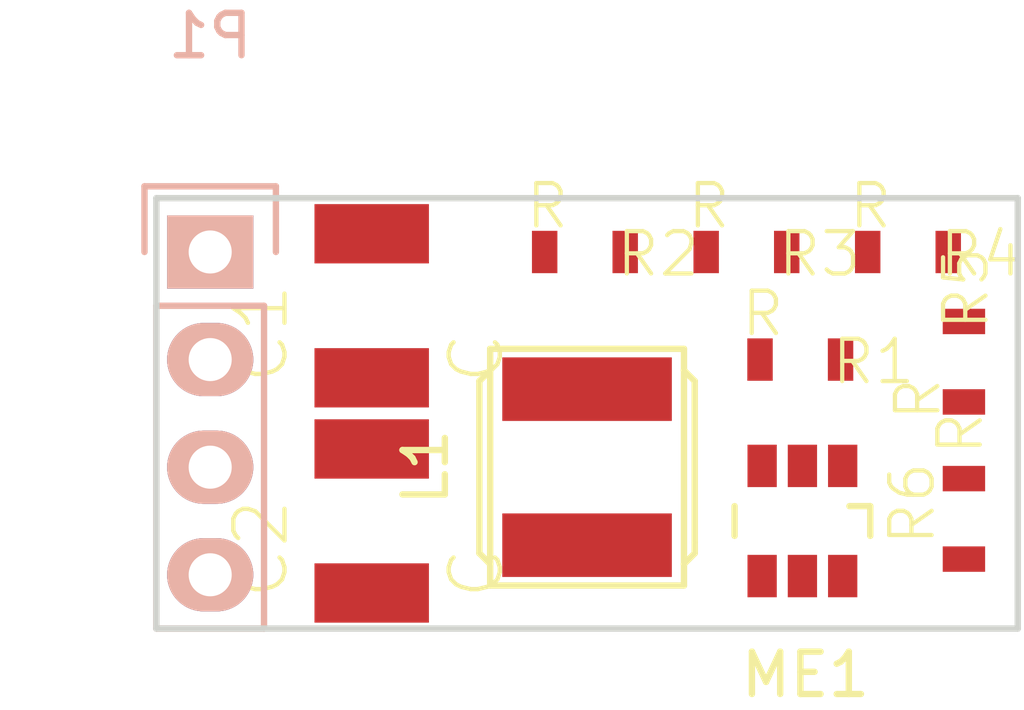
<source format=kicad_pcb>
(kicad_pcb (version 4) (host pcbnew 4.0.7)

  (general
    (links 0)
    (no_connects 0)
    (area 1.194999 1.194999 21.665001 11.505001)
    (thickness 1.6)
    (drawings 4)
    (tracks 0)
    (zones 0)
    (modules 11)
    (nets 1)
  )

  (page A4)
  (layers
    (0 F.Cu signal)
    (31 B.Cu signal)
    (32 B.Adhes user)
    (33 F.Adhes user)
    (34 B.Paste user)
    (35 F.Paste user)
    (36 B.SilkS user)
    (37 F.SilkS user)
    (38 B.Mask user)
    (39 F.Mask user)
    (40 Dwgs.User user)
    (41 Cmts.User user)
    (42 Eco1.User user)
    (43 Eco2.User user)
    (44 Edge.Cuts user)
    (45 Margin user)
    (46 B.CrtYd user)
    (47 F.CrtYd user)
    (48 B.Fab user)
    (49 F.Fab user)
  )

  (setup
    (last_trace_width 0.25)
    (user_trace_width 0.5)
    (user_trace_width 1)
    (trace_clearance 0.2)
    (zone_clearance 0.4)
    (zone_45_only no)
    (trace_min 0.2)
    (segment_width 0.2)
    (edge_width 0.15)
    (via_size 0.6)
    (via_drill 0.4)
    (via_min_size 0.4)
    (via_min_drill 0.3)
    (user_via 1.2 0.8)
    (uvia_size 0.3)
    (uvia_drill 0.1)
    (uvias_allowed no)
    (uvia_min_size 0.2)
    (uvia_min_drill 0.1)
    (pcb_text_width 0.3)
    (pcb_text_size 1.5 1.5)
    (mod_edge_width 0.15)
    (mod_text_size 1 1)
    (mod_text_width 0.15)
    (pad_size 1.524 1.524)
    (pad_drill 0.762)
    (pad_to_mask_clearance 0.2)
    (aux_axis_origin 0 0)
    (visible_elements 7FFFFFFF)
    (pcbplotparams
      (layerselection 0x00030_80000001)
      (usegerberextensions false)
      (excludeedgelayer true)
      (linewidth 0.100000)
      (plotframeref false)
      (viasonmask false)
      (mode 1)
      (useauxorigin false)
      (hpglpennumber 1)
      (hpglpenspeed 20)
      (hpglpendiameter 15)
      (hpglpenoverlay 2)
      (psnegative false)
      (psa4output false)
      (plotreference true)
      (plotvalue true)
      (plotinvisibletext false)
      (padsonsilk false)
      (subtractmaskfromsilk false)
      (outputformat 1)
      (mirror false)
      (drillshape 1)
      (scaleselection 1)
      (outputdirectory ""))
  )

  (net 0 "")

  (net_class Default "これは標準のネット クラスです。"
    (clearance 0.2)
    (trace_width 0.25)
    (via_dia 0.6)
    (via_drill 0.4)
    (uvia_dia 0.3)
    (uvia_drill 0.1)
  )

  (module RP_KiCAD_Libs:C3225 (layer F.Cu) (tedit 0) (tstamp 59E476BB)
    (at 6.35 3.81 90)
    (descr <b>CAPACITOR</b>)
    (path /59E4773A)
    (fp_text reference C1 (at -1.905 -1.905 90) (layer F.SilkS)
      (effects (font (size 1.2065 1.2065) (thickness 0.1016)) (justify left bottom))
    )
    (fp_text value C (at -1.905 3.175 90) (layer F.SilkS)
      (effects (font (size 1.2065 1.2065) (thickness 0.1016)) (justify left bottom))
    )
    (fp_line (start -0.9652 -1.2446) (end 0.9652 -1.2446) (layer Dwgs.User) (width 0.1016))
    (fp_line (start -0.9652 1.2446) (end 0.9652 1.2446) (layer Dwgs.User) (width 0.1016))
    (fp_poly (pts (xy -1.7018 1.2954) (xy -0.9517 1.2954) (xy -0.9517 -1.3045) (xy -1.7018 -1.3045)) (layer Dwgs.User) (width 0))
    (fp_poly (pts (xy 0.9517 1.3045) (xy 1.7018 1.3045) (xy 1.7018 -1.2954) (xy 0.9517 -1.2954)) (layer Dwgs.User) (width 0))
    (fp_poly (pts (xy -0.1999 0.5001) (xy 0.1999 0.5001) (xy 0.1999 -0.5001) (xy -0.1999 -0.5001)) (layer F.Adhes) (width 0))
    (pad 1 smd rect (at -1.7 0 90) (size 1.4 2.7) (layers F.Cu F.Paste F.Mask))
    (pad 2 smd rect (at 1.7 0 90) (size 1.4 2.7) (layers F.Cu F.Paste F.Mask))
    (model Resistors_SMD.3dshapes/R_1210.wrl
      (at (xyz 0 0 0))
      (scale (xyz 1 1 1))
      (rotate (xyz 0 0 0))
    )
  )

  (module RP_KiCAD_Libs:C3225 (layer F.Cu) (tedit 0) (tstamp 59E476C1)
    (at 6.35 8.89 90)
    (descr <b>CAPACITOR</b>)
    (path /59E47755)
    (fp_text reference C2 (at -1.905 -1.905 90) (layer F.SilkS)
      (effects (font (size 1.2065 1.2065) (thickness 0.1016)) (justify left bottom))
    )
    (fp_text value C (at -1.905 3.175 90) (layer F.SilkS)
      (effects (font (size 1.2065 1.2065) (thickness 0.1016)) (justify left bottom))
    )
    (fp_line (start -0.9652 -1.2446) (end 0.9652 -1.2446) (layer Dwgs.User) (width 0.1016))
    (fp_line (start -0.9652 1.2446) (end 0.9652 1.2446) (layer Dwgs.User) (width 0.1016))
    (fp_poly (pts (xy -1.7018 1.2954) (xy -0.9517 1.2954) (xy -0.9517 -1.3045) (xy -1.7018 -1.3045)) (layer Dwgs.User) (width 0))
    (fp_poly (pts (xy 0.9517 1.3045) (xy 1.7018 1.3045) (xy 1.7018 -1.2954) (xy 0.9517 -1.2954)) (layer Dwgs.User) (width 0))
    (fp_poly (pts (xy -0.1999 0.5001) (xy 0.1999 0.5001) (xy 0.1999 -0.5001) (xy -0.1999 -0.5001)) (layer F.Adhes) (width 0))
    (pad 1 smd rect (at -1.7 0 90) (size 1.4 2.7) (layers F.Cu F.Paste F.Mask))
    (pad 2 smd rect (at 1.7 0 90) (size 1.4 2.7) (layers F.Cu F.Paste F.Mask))
    (model Resistors_SMD.3dshapes/R_1210.wrl
      (at (xyz 0 0 0))
      (scale (xyz 1 1 1))
      (rotate (xyz 0 0 0))
    )
  )

  (module TO_SOT_Packages_SMD:TSOT-6-MK06A (layer F.Cu) (tedit 54E92ADF) (tstamp 59E4778B)
    (at 16.51 8.89 180)
    (descr "TSOP-6 MK06A housing 6pin")
    (path /59E477CF)
    (attr smd)
    (fp_text reference ME1 (at -0.07112 -3.62966 180) (layer F.SilkS)
      (effects (font (size 1 1) (thickness 0.15)))
    )
    (fp_text value AS504x (at -0.02032 3.56108 180) (layer F.Fab)
      (effects (font (size 1 1) (thickness 0.15)))
    )
    (fp_line (start -1.6002 0.35052) (end -1.10998 0.35052) (layer F.SilkS) (width 0.15))
    (fp_line (start -1.6002 -0.35052) (end -1.6002 0.35052) (layer F.SilkS) (width 0.15))
    (fp_line (start 1.6002 -0.35052) (end 1.6002 0.35052) (layer F.SilkS) (width 0.15))
    (pad 1 smd rect (at -0.94996 1.30048 180) (size 0.69088 1.00076) (layers F.Cu F.Paste F.Mask))
    (pad 2 smd rect (at 0 1.30048 180) (size 0.69088 1.00076) (layers F.Cu F.Paste F.Mask))
    (pad 3 smd rect (at 0.94996 1.30048 180) (size 0.69088 1.00076) (layers F.Cu F.Paste F.Mask))
    (pad 4 smd rect (at 0.94996 -1.30048 180) (size 0.69088 1.00076) (layers F.Cu F.Paste F.Mask))
    (pad 5 smd rect (at 0 -1.30048 180) (size 0.69088 1.00076) (layers F.Cu F.Paste F.Mask))
    (pad 6 smd rect (at -0.94996 -1.30048 180) (size 0.69088 1.00076) (layers F.Cu F.Paste F.Mask))
    (model TO_SOT_Packages_SMD.3dshapes/TSOT-6-MK06A.wrl
      (at (xyz 0 0 0))
      (scale (xyz 1 1 1))
      (rotate (xyz 0 0 0))
    )
  )

  (module RP_KiCAD_Libs:C1608_WP_S (layer F.Cu) (tedit 59BA34C4) (tstamp 59E47791)
    (at 16.51 5.08 180)
    (descr <b>CAPACITOR</b>)
    (path /59E47845)
    (fp_text reference R1 (at -0.635 -0.635 180) (layer F.SilkS)
      (effects (font (size 1 1) (thickness 0.1)) (justify left bottom))
    )
    (fp_text value R (at 1.5 0.5 180) (layer F.SilkS)
      (effects (font (size 1 1) (thickness 0.1)) (justify left bottom))
    )
    (fp_line (start -0.356 -0.432) (end 0.356 -0.432) (layer Dwgs.User) (width 0.1016))
    (fp_line (start -0.356 0.419) (end 0.356 0.419) (layer Dwgs.User) (width 0.1016))
    (fp_poly (pts (xy -0.8382 0.4699) (xy -0.3381 0.4699) (xy -0.3381 -0.4801) (xy -0.8382 -0.4801)) (layer Dwgs.User) (width 0))
    (fp_poly (pts (xy 0.3302 0.4699) (xy 0.8303 0.4699) (xy 0.8303 -0.4801) (xy 0.3302 -0.4801)) (layer Dwgs.User) (width 0))
    (fp_poly (pts (xy -0.1999 0.3) (xy 0.1999 0.3) (xy 0.1999 -0.3) (xy -0.1999 -0.3)) (layer F.Adhes) (width 0))
    (pad 1 smd rect (at -0.9 0 180) (size 0.6 1) (layers F.Cu F.Paste F.Mask))
    (pad 2 smd rect (at 1 0 180) (size 0.6 1) (layers F.Cu F.Paste F.Mask))
    (model Resistors_SMD.3dshapes/R_0603.wrl
      (at (xyz 0 0 0))
      (scale (xyz 1 1 1))
      (rotate (xyz 0 0 0))
    )
  )

  (module RP_KiCAD_Libs:C1608_WP_S (layer F.Cu) (tedit 59BA34C4) (tstamp 59E47797)
    (at 11.43 2.54 180)
    (descr <b>CAPACITOR</b>)
    (path /59E4786A)
    (fp_text reference R2 (at -0.635 -0.635 180) (layer F.SilkS)
      (effects (font (size 1 1) (thickness 0.1)) (justify left bottom))
    )
    (fp_text value R (at 1.5 0.5 180) (layer F.SilkS)
      (effects (font (size 1 1) (thickness 0.1)) (justify left bottom))
    )
    (fp_line (start -0.356 -0.432) (end 0.356 -0.432) (layer Dwgs.User) (width 0.1016))
    (fp_line (start -0.356 0.419) (end 0.356 0.419) (layer Dwgs.User) (width 0.1016))
    (fp_poly (pts (xy -0.8382 0.4699) (xy -0.3381 0.4699) (xy -0.3381 -0.4801) (xy -0.8382 -0.4801)) (layer Dwgs.User) (width 0))
    (fp_poly (pts (xy 0.3302 0.4699) (xy 0.8303 0.4699) (xy 0.8303 -0.4801) (xy 0.3302 -0.4801)) (layer Dwgs.User) (width 0))
    (fp_poly (pts (xy -0.1999 0.3) (xy 0.1999 0.3) (xy 0.1999 -0.3) (xy -0.1999 -0.3)) (layer F.Adhes) (width 0))
    (pad 1 smd rect (at -0.9 0 180) (size 0.6 1) (layers F.Cu F.Paste F.Mask))
    (pad 2 smd rect (at 1 0 180) (size 0.6 1) (layers F.Cu F.Paste F.Mask))
    (model Resistors_SMD.3dshapes/R_0603.wrl
      (at (xyz 0 0 0))
      (scale (xyz 1 1 1))
      (rotate (xyz 0 0 0))
    )
  )

  (module RP_KiCAD_Libs:C1608_WP_S (layer F.Cu) (tedit 59BA34C4) (tstamp 59E4779D)
    (at 15.24 2.54 180)
    (descr <b>CAPACITOR</b>)
    (path /59E47897)
    (fp_text reference R3 (at -0.635 -0.635 180) (layer F.SilkS)
      (effects (font (size 1 1) (thickness 0.1)) (justify left bottom))
    )
    (fp_text value R (at 1.5 0.5 180) (layer F.SilkS)
      (effects (font (size 1 1) (thickness 0.1)) (justify left bottom))
    )
    (fp_line (start -0.356 -0.432) (end 0.356 -0.432) (layer Dwgs.User) (width 0.1016))
    (fp_line (start -0.356 0.419) (end 0.356 0.419) (layer Dwgs.User) (width 0.1016))
    (fp_poly (pts (xy -0.8382 0.4699) (xy -0.3381 0.4699) (xy -0.3381 -0.4801) (xy -0.8382 -0.4801)) (layer Dwgs.User) (width 0))
    (fp_poly (pts (xy 0.3302 0.4699) (xy 0.8303 0.4699) (xy 0.8303 -0.4801) (xy 0.3302 -0.4801)) (layer Dwgs.User) (width 0))
    (fp_poly (pts (xy -0.1999 0.3) (xy 0.1999 0.3) (xy 0.1999 -0.3) (xy -0.1999 -0.3)) (layer F.Adhes) (width 0))
    (pad 1 smd rect (at -0.9 0 180) (size 0.6 1) (layers F.Cu F.Paste F.Mask))
    (pad 2 smd rect (at 1 0 180) (size 0.6 1) (layers F.Cu F.Paste F.Mask))
    (model Resistors_SMD.3dshapes/R_0603.wrl
      (at (xyz 0 0 0))
      (scale (xyz 1 1 1))
      (rotate (xyz 0 0 0))
    )
  )

  (module RP_KiCAD_Libs:C1608_WP_S (layer F.Cu) (tedit 59BA34C4) (tstamp 59E477A3)
    (at 19.05 2.54 180)
    (descr <b>CAPACITOR</b>)
    (path /59E478C7)
    (fp_text reference R4 (at -0.635 -0.635 180) (layer F.SilkS)
      (effects (font (size 1 1) (thickness 0.1)) (justify left bottom))
    )
    (fp_text value R (at 1.5 0.5 180) (layer F.SilkS)
      (effects (font (size 1 1) (thickness 0.1)) (justify left bottom))
    )
    (fp_line (start -0.356 -0.432) (end 0.356 -0.432) (layer Dwgs.User) (width 0.1016))
    (fp_line (start -0.356 0.419) (end 0.356 0.419) (layer Dwgs.User) (width 0.1016))
    (fp_poly (pts (xy -0.8382 0.4699) (xy -0.3381 0.4699) (xy -0.3381 -0.4801) (xy -0.8382 -0.4801)) (layer Dwgs.User) (width 0))
    (fp_poly (pts (xy 0.3302 0.4699) (xy 0.8303 0.4699) (xy 0.8303 -0.4801) (xy 0.3302 -0.4801)) (layer Dwgs.User) (width 0))
    (fp_poly (pts (xy -0.1999 0.3) (xy 0.1999 0.3) (xy 0.1999 -0.3) (xy -0.1999 -0.3)) (layer F.Adhes) (width 0))
    (pad 1 smd rect (at -0.9 0 180) (size 0.6 1) (layers F.Cu F.Paste F.Mask))
    (pad 2 smd rect (at 1 0 180) (size 0.6 1) (layers F.Cu F.Paste F.Mask))
    (model Resistors_SMD.3dshapes/R_0603.wrl
      (at (xyz 0 0 0))
      (scale (xyz 1 1 1))
      (rotate (xyz 0 0 0))
    )
  )

  (module RP_KiCAD_Libs:C1608_WP_S (layer F.Cu) (tedit 59BA34C4) (tstamp 59E477A9)
    (at 20.32 5.08 270)
    (descr <b>CAPACITOR</b>)
    (path /59E478F6)
    (fp_text reference R5 (at -0.635 -0.635 270) (layer F.SilkS)
      (effects (font (size 1 1) (thickness 0.1)) (justify left bottom))
    )
    (fp_text value R (at 1.5 0.5 270) (layer F.SilkS)
      (effects (font (size 1 1) (thickness 0.1)) (justify left bottom))
    )
    (fp_line (start -0.356 -0.432) (end 0.356 -0.432) (layer Dwgs.User) (width 0.1016))
    (fp_line (start -0.356 0.419) (end 0.356 0.419) (layer Dwgs.User) (width 0.1016))
    (fp_poly (pts (xy -0.8382 0.4699) (xy -0.3381 0.4699) (xy -0.3381 -0.4801) (xy -0.8382 -0.4801)) (layer Dwgs.User) (width 0))
    (fp_poly (pts (xy 0.3302 0.4699) (xy 0.8303 0.4699) (xy 0.8303 -0.4801) (xy 0.3302 -0.4801)) (layer Dwgs.User) (width 0))
    (fp_poly (pts (xy -0.1999 0.3) (xy 0.1999 0.3) (xy 0.1999 -0.3) (xy -0.1999 -0.3)) (layer F.Adhes) (width 0))
    (pad 1 smd rect (at -0.9 0 270) (size 0.6 1) (layers F.Cu F.Paste F.Mask))
    (pad 2 smd rect (at 1 0 270) (size 0.6 1) (layers F.Cu F.Paste F.Mask))
    (model Resistors_SMD.3dshapes/R_0603.wrl
      (at (xyz 0 0 0))
      (scale (xyz 1 1 1))
      (rotate (xyz 0 0 0))
    )
  )

  (module RP_KiCAD_Libs:C1608_WP_S (layer F.Cu) (tedit 59BA34C4) (tstamp 59E477AF)
    (at 20.32 8.89 90)
    (descr <b>CAPACITOR</b>)
    (path /59E47928)
    (fp_text reference R6 (at -0.635 -0.635 90) (layer F.SilkS)
      (effects (font (size 1 1) (thickness 0.1)) (justify left bottom))
    )
    (fp_text value R (at 1.5 0.5 90) (layer F.SilkS)
      (effects (font (size 1 1) (thickness 0.1)) (justify left bottom))
    )
    (fp_line (start -0.356 -0.432) (end 0.356 -0.432) (layer Dwgs.User) (width 0.1016))
    (fp_line (start -0.356 0.419) (end 0.356 0.419) (layer Dwgs.User) (width 0.1016))
    (fp_poly (pts (xy -0.8382 0.4699) (xy -0.3381 0.4699) (xy -0.3381 -0.4801) (xy -0.8382 -0.4801)) (layer Dwgs.User) (width 0))
    (fp_poly (pts (xy 0.3302 0.4699) (xy 0.8303 0.4699) (xy 0.8303 -0.4801) (xy 0.3302 -0.4801)) (layer Dwgs.User) (width 0))
    (fp_poly (pts (xy -0.1999 0.3) (xy 0.1999 0.3) (xy 0.1999 -0.3) (xy -0.1999 -0.3)) (layer F.Adhes) (width 0))
    (pad 1 smd rect (at -0.9 0 90) (size 0.6 1) (layers F.Cu F.Paste F.Mask))
    (pad 2 smd rect (at 1 0 90) (size 0.6 1) (layers F.Cu F.Paste F.Mask))
    (model Resistors_SMD.3dshapes/R_0603.wrl
      (at (xyz 0 0 0))
      (scale (xyz 1 1 1))
      (rotate (xyz 0 0 0))
    )
  )

  (module Choke_SMD:Choke_SMD_Taiyo_NRS50XX (layer F.Cu) (tedit 556FDADF) (tstamp 59E47845)
    (at 11.43 7.62 90)
    (descr "SMD Power Inductors (NR series S type)")
    (tags "SMD inductor")
    (path /59E476BF)
    (attr smd)
    (fp_text reference L1 (at 0 -3.81 90) (layer F.SilkS)
      (effects (font (size 1 1) (thickness 0.15)))
    )
    (fp_text value INDUCTOR (at 0 3.81 90) (layer F.Fab)
      (effects (font (size 1 1) (thickness 0.15)))
    )
    (fp_line (start -3.048 -2.794) (end 3.048 -2.794) (layer F.CrtYd) (width 0.05))
    (fp_line (start 3.048 -2.794) (end 3.048 2.794) (layer F.CrtYd) (width 0.05))
    (fp_line (start 3.048 2.794) (end -3.048 2.794) (layer F.CrtYd) (width 0.05))
    (fp_line (start -3.048 2.794) (end -3.048 -2.794) (layer F.CrtYd) (width 0.05))
    (fp_line (start -2.286 -2.286) (end -2.794 -2.286) (layer F.SilkS) (width 0.15))
    (fp_line (start -2.794 -2.286) (end -2.794 2.286) (layer F.SilkS) (width 0.15))
    (fp_line (start -2.794 2.286) (end -2.286 2.286) (layer F.SilkS) (width 0.15))
    (fp_line (start 2.794 -2.286) (end 2.794 2.286) (layer F.SilkS) (width 0.15))
    (fp_line (start 2.794 2.286) (end 2.286 2.286) (layer F.SilkS) (width 0.15))
    (fp_line (start 2.286 -2.286) (end 2.794 -2.286) (layer F.SilkS) (width 0.15))
    (fp_line (start -2.286 2.286) (end 2.286 2.286) (layer F.SilkS) (width 0.15))
    (fp_line (start -2.286 -2.286) (end 2.286 -2.286) (layer F.SilkS) (width 0.15))
    (fp_line (start -2.286 -2.286) (end -2.032 -2.54) (layer F.SilkS) (width 0.15))
    (fp_line (start -2.032 -2.54) (end 2.032 -2.54) (layer F.SilkS) (width 0.15))
    (fp_line (start 2.032 -2.54) (end 2.286 -2.286) (layer F.SilkS) (width 0.15))
    (fp_line (start 2.286 2.286) (end 2.032 2.54) (layer F.SilkS) (width 0.15))
    (fp_line (start 2.032 2.54) (end -1.778 2.54) (layer F.SilkS) (width 0.15))
    (fp_line (start -1.778 2.54) (end -2.032 2.54) (layer F.SilkS) (width 0.15))
    (fp_line (start -2.032 2.54) (end -2.286 2.286) (layer F.SilkS) (width 0.15))
    (pad 1 smd rect (at -1.8415 0 90) (size 1.5 4) (layers F.Cu F.Paste F.Mask))
    (pad 2 smd rect (at 1.8415 0 90) (size 1.5 4) (layers F.Cu F.Paste F.Mask))
    (model Choke_SMD.3dshapes/Choke_SMD_Taiyo_NRS50XX.wrl
      (at (xyz 0 0 0))
      (scale (xyz 4 4 4))
      (rotate (xyz 0 0 0))
    )
  )

  (module Pin_Headers:Pin_Header_Straight_1x04 (layer B.Cu) (tedit 0) (tstamp 59E4784A)
    (at 2.54 2.54 180)
    (descr "Through hole pin header")
    (tags "pin header")
    (path /59E47688)
    (fp_text reference P1 (at 0 5.1 180) (layer B.SilkS)
      (effects (font (size 1 1) (thickness 0.15)) (justify mirror))
    )
    (fp_text value CONN_01X04 (at 0 3.1 180) (layer B.Fab)
      (effects (font (size 1 1) (thickness 0.15)) (justify mirror))
    )
    (fp_line (start -1.75 1.75) (end -1.75 -9.4) (layer B.CrtYd) (width 0.05))
    (fp_line (start 1.75 1.75) (end 1.75 -9.4) (layer B.CrtYd) (width 0.05))
    (fp_line (start -1.75 1.75) (end 1.75 1.75) (layer B.CrtYd) (width 0.05))
    (fp_line (start -1.75 -9.4) (end 1.75 -9.4) (layer B.CrtYd) (width 0.05))
    (fp_line (start -1.27 -1.27) (end -1.27 -8.89) (layer B.SilkS) (width 0.15))
    (fp_line (start 1.27 -1.27) (end 1.27 -8.89) (layer B.SilkS) (width 0.15))
    (fp_line (start 1.55 1.55) (end 1.55 0) (layer B.SilkS) (width 0.15))
    (fp_line (start -1.27 -8.89) (end 1.27 -8.89) (layer B.SilkS) (width 0.15))
    (fp_line (start 1.27 -1.27) (end -1.27 -1.27) (layer B.SilkS) (width 0.15))
    (fp_line (start -1.55 0) (end -1.55 1.55) (layer B.SilkS) (width 0.15))
    (fp_line (start -1.55 1.55) (end 1.55 1.55) (layer B.SilkS) (width 0.15))
    (pad 1 thru_hole rect (at 0 0 180) (size 2.032 1.7272) (drill 1.016) (layers *.Cu *.Mask B.SilkS))
    (pad 2 thru_hole oval (at 0 -2.54 180) (size 2.032 1.7272) (drill 1.016) (layers *.Cu *.Mask B.SilkS))
    (pad 3 thru_hole oval (at 0 -5.08 180) (size 2.032 1.7272) (drill 1.016) (layers *.Cu *.Mask B.SilkS))
    (pad 4 thru_hole oval (at 0 -7.62 180) (size 2.032 1.7272) (drill 1.016) (layers *.Cu *.Mask B.SilkS))
    (model Pin_Headers.3dshapes/Pin_Header_Straight_1x04.wrl
      (at (xyz 0 -0.15 0))
      (scale (xyz 1 1 1))
      (rotate (xyz 0 0 90))
    )
  )

  (gr_line (start 21.59 1.27) (end 1.27 1.27) (angle 90) (layer Edge.Cuts) (width 0.15))
  (gr_line (start 21.59 11.43) (end 21.59 1.27) (angle 90) (layer Edge.Cuts) (width 0.15))
  (gr_line (start 1.27 11.43) (end 21.59 11.43) (angle 90) (layer Edge.Cuts) (width 0.15))
  (gr_line (start 1.27 1.27) (end 1.27 11.43) (angle 90) (layer Edge.Cuts) (width 0.15))

)

</source>
